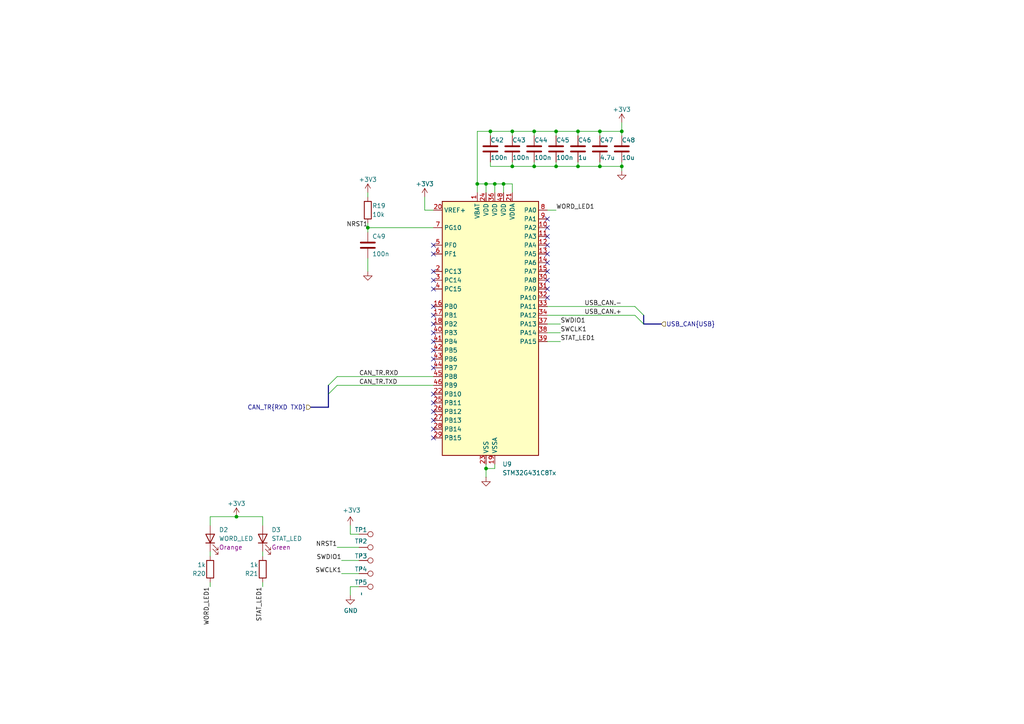
<source format=kicad_sch>
(kicad_sch (version 20231120) (generator "eeschema") (generator_version "8.0")
  (paper "A4")
  (lib_symbols
    (symbol "Connector:TestPoint" (pin_numbers hide) (pin_names (offset 0.762) hide)
      (property "Reference" "TP" (at 0 6.858 0))
      (property "Value" "TestPoint" (at 0 5.08 0))
      (symbol "TestPoint_0_1"
        (circle (center 0 3.302) (radius 0.762))
      )
      (symbol "TestPoint_1_1"
        (pin passive line (at 0 0 90) (length 2.54) (name "1") (number "1"))
      )
    )
    (symbol "Device:C" (pin_numbers hide) (pin_names (offset 0.254))
      (property "Reference" "C" (at 0.635 2.54 0))
      (property "Value" "C" (at 0.635 -2.54 0))
      (symbol "C_0_1"
        (polyline (pts (xy -2.032 -0.762) (xy 2.032 -0.762)) (stroke (width 0.508)))
        (polyline (pts (xy -2.032 0.762) (xy 2.032 0.762)) (stroke (width 0.508)))
      )
      (symbol "C_1_1"
        (pin passive line (at 0 3.81 270) (length 2.794) (name "~") (number "1"))
        (pin passive line (at 0 -3.81 90) (length 2.794) (name "~") (number "2"))
      )
    )
    (symbol "Device:LED" (pin_numbers hide) (pin_names (offset 1.016) hide)
      (property "Reference" "D" (at 0 2.54 0))
      (property "Value" "LED" (at 0 -2.54 0))
      (symbol "LED_0_1"
        (polyline (pts (xy -1.27 -1.27) (xy -1.27 1.27)) (stroke (width 0.254)))
        (polyline (pts (xy -1.27 0) (xy 1.27 0)))
        (polyline (pts (xy 1.27 -1.27) (xy 1.27 1.27) (xy -1.27 0) (xy 1.27 -1.27)) (stroke (width 0.254)))
        (polyline (pts (xy -3.048 -0.762) (xy -4.572 -2.286) (xy -3.81 -2.286) (xy -4.572 -2.286) (xy -4.572 -1.524)))
        (polyline (pts (xy -1.778 -0.762) (xy -3.302 -2.286) (xy -2.54 -2.286) (xy -3.302 -2.286) (xy -3.302 -1.524)))
      )
      (symbol "LED_1_1"
        (pin passive line (at -3.81 0 0) (length 2.54) (name "K") (number "1"))
        (pin passive line (at 3.81 0 180) (length 2.54) (name "A") (number "2"))
      )
    )
    (symbol "Device:R" (pin_numbers hide) (pin_names (offset 0))
      (property "Reference" "R" (at 2.032 0 90))
      (property "Value" "R" (at 0 0 90))
      (symbol "R_0_1"
        (rectangle (start -1.016 -2.54) (end 1.016 2.54) (stroke (width 0.254)))
      )
      (symbol "R_1_1"
        (pin passive line (at 0 3.81 270) (length 1.27) (name "~") (number "1"))
        (pin passive line (at 0 -3.81 90) (length 1.27) (name "~") (number "2"))
      )
    )
    (symbol "MCU_ST_STM32G4:STM32G431C8Tx"
      (property "Reference" "U" (at -12.7 39.37 0))
      (property "Value" "STM32G431C8Tx" (at 10.16 39.37 0))
      (symbol "STM32G431C8Tx_0_1"
        (rectangle (start -12.7 -35.56) (end 15.24 38.1) (stroke (width 0.254)) (fill (type background)))
      )
      (symbol "STM32G431C8Tx_1_1"
        (pin power_in line (at -2.54 40.64 270) (length 2.54) (name "VBAT") (number "1"))
        (pin bidirectional line (at 17.78 30.48 180) (length 2.54) (name "PA2") (number "10"))
        (pin bidirectional line (at 17.78 27.94 180) (length 2.54) (name "PA3") (number "11"))
        (pin bidirectional line (at 17.78 25.4 180) (length 2.54) (name "PA4") (number "12"))
        (pin bidirectional line (at 17.78 22.86 180) (length 2.54) (name "PA5") (number "13"))
        (pin bidirectional line (at 17.78 20.32 180) (length 2.54) (name "PA6") (number "14"))
        (pin bidirectional line (at 17.78 17.78 180) (length 2.54) (name "PA7") (number "15"))
        (pin bidirectional line (at -15.24 7.62 0) (length 2.54) (name "PB0") (number "16"))
        (pin bidirectional line (at -15.24 5.08 0) (length 2.54) (name "PB1") (number "17"))
        (pin bidirectional line (at -15.24 2.54 0) (length 2.54) (name "PB2") (number "18"))
        (pin power_in line (at 2.54 -38.1 90) (length 2.54) (name "VSSA") (number "19"))
        (pin bidirectional line (at -15.24 17.78 0) (length 2.54) (name "PC13") (number "2"))
        (pin input line (at -15.24 35.56 0) (length 2.54) (name "VREF+") (number "20"))
        (pin power_in line (at 7.62 40.64 270) (length 2.54) (name "VDDA") (number "21"))
        (pin bidirectional line (at -15.24 -17.78 0) (length 2.54) (name "PB10") (number "22"))
        (pin power_in line (at 0 -38.1 90) (length 2.54) (name "VSS") (number "23"))
        (pin power_in line (at 0 40.64 270) (length 2.54) (name "VDD") (number "24"))
        (pin bidirectional line (at -15.24 -20.32 0) (length 2.54) (name "PB11") (number "25"))
        (pin bidirectional line (at -15.24 -22.86 0) (length 2.54) (name "PB12") (number "26"))
        (pin bidirectional line (at -15.24 -25.4 0) (length 2.54) (name "PB13") (number "27"))
        (pin bidirectional line (at -15.24 -27.94 0) (length 2.54) (name "PB14") (number "28"))
        (pin bidirectional line (at -15.24 -30.48 0) (length 2.54) (name "PB15") (number "29"))
        (pin bidirectional line (at -15.24 15.24 0) (length 2.54) (name "PC14") (number "3"))
        (pin bidirectional line (at 17.78 15.24 180) (length 2.54) (name "PA8") (number "30"))
        (pin bidirectional line (at 17.78 12.7 180) (length 2.54) (name "PA9") (number "31"))
        (pin bidirectional line (at 17.78 10.16 180) (length 2.54) (name "PA10") (number "32"))
        (pin bidirectional line (at 17.78 7.62 180) (length 2.54) (name "PA11") (number "33"))
        (pin bidirectional line (at 17.78 5.08 180) (length 2.54) (name "PA12") (number "34"))
        (pin passive line (at 0 -38.1 90) (length 2.54) hide (name "VSS") (number "35"))
        (pin power_in line (at 2.54 40.64 270) (length 2.54) (name "VDD") (number "36"))
        (pin bidirectional line (at 17.78 2.54 180) (length 2.54) (name "PA13") (number "37"))
        (pin bidirectional line (at 17.78 0 180) (length 2.54) (name "PA14") (number "38"))
        (pin bidirectional line (at 17.78 -2.54 180) (length 2.54) (name "PA15") (number "39"))
        (pin bidirectional line (at -15.24 12.7 0) (length 2.54) (name "PC15") (number "4"))
        (pin bidirectional line (at -15.24 0 0) (length 2.54) (name "PB3") (number "40"))
        (pin bidirectional line (at -15.24 -2.54 0) (length 2.54) (name "PB4") (number "41"))
        (pin bidirectional line (at -15.24 -5.08 0) (length 2.54) (name "PB5") (number "42"))
        (pin bidirectional line (at -15.24 -7.62 0) (length 2.54) (name "PB6") (number "43"))
        (pin bidirectional line (at -15.24 -10.16 0) (length 2.54) (name "PB7") (number "44"))
        (pin bidirectional line (at -15.24 -12.7 0) (length 2.54) (name "PB8") (number "45"))
        (pin bidirectional line (at -15.24 -15.24 0) (length 2.54) (name "PB9") (number "46"))
        (pin passive line (at 0 -38.1 90) (length 2.54) hide (name "VSS") (number "47"))
        (pin power_in line (at 5.08 40.64 270) (length 2.54) (name "VDD") (number "48"))
        (pin bidirectional line (at -15.24 25.4 0) (length 2.54) (name "PF0") (number "5"))
        (pin bidirectional line (at -15.24 22.86 0) (length 2.54) (name "PF1") (number "6"))
        (pin bidirectional line (at -15.24 30.48 0) (length 2.54) (name "PG10") (number "7"))
        (pin bidirectional line (at 17.78 35.56 180) (length 2.54) (name "PA0") (number "8"))
        (pin bidirectional line (at 17.78 33.02 180) (length 2.54) (name "PA1") (number "9"))
      )
    )
    (symbol "power:+3V3" (power) (pin_names (offset 0))
      (property "Value" "+3V3" (at 0 3.556 0))
      (symbol "+3V3_0_1"
        (polyline (pts (xy -0.762 1.27) (xy 0 2.54)))
        (polyline (pts (xy 0 0) (xy 0 2.54)))
        (polyline (pts (xy 0 2.54) (xy 0.762 1.27)))
      )
      (symbol "+3V3_1_1"
        (pin power_in line (at 0 0 90) (length 0) hide (name "+3V3") (number "1"))
      )
    )
    (symbol "power:GND" (power) (pin_numbers hide) (pin_names (offset 0) hide)
      (property "Value" "GND" (at 0 -3.81 0))
      (symbol "GND_0_1"
        (polyline (pts (xy 0 0) (xy 0 -1.27) (xy 1.27 -1.27) (xy 0 -2.54) (xy -1.27 -1.27) (xy 0 -1.27)))
      )
      (symbol "GND_1_1"
        (pin power_in line (at 0 0 270) (length 0) (name "~") (number "1"))
      )
    )
  )
  (junction (at 140.97 135.89))
  (junction (at 148.59 38.1))
  (junction (at 180.34 48.26))
  (junction (at 138.43 53.34))
  (junction (at 140.97 53.34))
  (junction (at 180.34 38.1))
  (junction (at 167.64 38.1))
  (junction (at 68.58 149.86))
  (junction (at 148.59 48.26))
  (junction (at 143.51 53.34))
  (junction (at 146.05 53.34))
  (junction (at 142.24 38.1))
  (junction (at 173.99 38.1))
  (junction (at 161.29 48.26))
  (junction (at 106.68 66.04))
  (junction (at 173.99 48.26))
  (junction (at 161.29 38.1))
  (junction (at 167.64 48.26))
  (junction (at 154.94 38.1))
  (junction (at 154.94 48.26))
  (no_connect (at 125.73 127))
  (no_connect (at 125.73 81.28))
  (no_connect (at 158.75 86.36))
  (no_connect (at 125.73 119.38))
  (no_connect (at 125.73 71.12))
  (no_connect (at 158.75 76.2))
  (no_connect (at 125.73 83.82))
  (no_connect (at 158.75 81.28))
  (no_connect (at 158.75 78.74))
  (no_connect (at 125.73 99.06))
  (no_connect (at 158.75 73.66))
  (no_connect (at 158.75 66.04))
  (no_connect (at 158.75 63.5))
  (no_connect (at 125.73 124.46))
  (no_connect (at 125.73 106.68))
  (no_connect (at 125.73 114.3))
  (no_connect (at 125.73 96.52))
  (no_connect (at 125.73 101.6))
  (no_connect (at 158.75 68.58))
  (no_connect (at 158.75 71.12))
  (no_connect (at 125.73 88.9))
  (no_connect (at 125.73 104.14))
  (no_connect (at 125.73 78.74))
  (no_connect (at 125.73 121.92))
  (no_connect (at 125.73 116.84))
  (no_connect (at 158.75 83.82))
  (no_connect (at 125.73 73.66))
  (no_connect (at 125.73 91.44))
  (no_connect (at 125.73 93.98))
  (bus_entry (at 186.69 93.98) (size -2.54 -2.54))
  (bus_entry (at 95.25 114.3) (size 2.54 -2.54))
  (bus_entry (at 95.25 111.76) (size 2.54 -2.54))
  (bus_entry (at 186.69 91.44) (size -2.54 -2.54))
  (wire (pts (xy 123.19 60.96) (xy 125.73 60.96)))
  (wire (pts (xy 158.75 60.96) (xy 161.29 60.96)))
  (wire (pts (xy 154.94 38.1) (xy 161.29 38.1)))
  (wire (pts (xy 142.24 38.1) (xy 148.59 38.1)))
  (wire (pts (xy 167.64 48.26) (xy 173.99 48.26)))
  (wire (pts (xy 138.43 38.1) (xy 138.43 53.34)))
  (wire (pts (xy 158.75 96.52) (xy 162.56 96.52)))
  (bus (pts (xy 95.25 114.3) (xy 95.25 111.76)))
  (bus (pts (xy 90.17 118.11) (xy 95.25 118.11)))
  (wire (pts (xy 140.97 134.62) (xy 140.97 135.89)))
  (wire (pts (xy 97.79 111.76) (xy 125.73 111.76)))
  (wire (pts (xy 158.75 88.9) (xy 184.15 88.9)))
  (wire (pts (xy 106.68 57.15) (xy 106.68 55.88)))
  (wire (pts (xy 104.14 170.18) (xy 101.6 170.18)))
  (wire (pts (xy 154.94 38.1) (xy 154.94 39.37)))
  (wire (pts (xy 97.79 109.22) (xy 125.73 109.22)))
  (wire (pts (xy 158.75 91.44) (xy 184.15 91.44)))
  (bus (pts (xy 186.69 93.98) (xy 191.77 93.98)))
  (wire (pts (xy 142.24 48.26) (xy 148.59 48.26)))
  (wire (pts (xy 101.6 152.4) (xy 101.6 154.94)))
  (wire (pts (xy 143.51 53.34) (xy 143.51 55.88)))
  (wire (pts (xy 123.19 57.15) (xy 123.19 60.96)))
  (wire (pts (xy 106.68 66.04) (xy 106.68 67.31)))
  (bus (pts (xy 186.69 91.44) (xy 186.69 93.98)))
  (wire (pts (xy 180.34 35.56) (xy 180.34 38.1)))
  (wire (pts (xy 138.43 38.1) (xy 142.24 38.1)))
  (wire (pts (xy 146.05 53.34) (xy 146.05 55.88)))
  (wire (pts (xy 140.97 53.34) (xy 143.51 53.34)))
  (wire (pts (xy 140.97 135.89) (xy 143.51 135.89)))
  (wire (pts (xy 161.29 46.99) (xy 161.29 48.26)))
  (wire (pts (xy 167.64 38.1) (xy 173.99 38.1)))
  (wire (pts (xy 140.97 135.89) (xy 140.97 138.43)))
  (wire (pts (xy 76.2 161.29) (xy 76.2 160.02)))
  (wire (pts (xy 106.68 66.04) (xy 125.73 66.04)))
  (wire (pts (xy 68.58 149.86) (xy 60.96 149.86)))
  (wire (pts (xy 148.59 48.26) (xy 154.94 48.26)))
  (wire (pts (xy 148.59 53.34) (xy 148.59 55.88)))
  (wire (pts (xy 180.34 48.26) (xy 180.34 49.53)))
  (wire (pts (xy 158.75 93.98) (xy 162.56 93.98)))
  (wire (pts (xy 99.06 166.37) (xy 104.14 166.37)))
  (wire (pts (xy 97.79 158.75) (xy 104.14 158.75)))
  (wire (pts (xy 173.99 46.99) (xy 173.99 48.26)))
  (wire (pts (xy 76.2 149.86) (xy 68.58 149.86)))
  (wire (pts (xy 154.94 46.99) (xy 154.94 48.26)))
  (wire (pts (xy 146.05 53.34) (xy 148.59 53.34)))
  (wire (pts (xy 106.68 64.77) (xy 106.68 66.04)))
  (wire (pts (xy 101.6 170.18) (xy 101.6 172.72)))
  (wire (pts (xy 167.64 38.1) (xy 167.64 39.37)))
  (wire (pts (xy 180.34 38.1) (xy 180.34 39.37)))
  (wire (pts (xy 60.96 152.4) (xy 60.96 149.86)))
  (wire (pts (xy 143.51 134.62) (xy 143.51 135.89)))
  (wire (pts (xy 148.59 38.1) (xy 154.94 38.1)))
  (wire (pts (xy 148.59 46.99) (xy 148.59 48.26)))
  (wire (pts (xy 154.94 48.26) (xy 161.29 48.26)))
  (wire (pts (xy 161.29 48.26) (xy 167.64 48.26)))
  (wire (pts (xy 148.59 38.1) (xy 148.59 39.37)))
  (wire (pts (xy 161.29 38.1) (xy 161.29 39.37)))
  (wire (pts (xy 76.2 170.18) (xy 76.2 168.91)))
  (wire (pts (xy 99.06 162.56) (xy 104.14 162.56)))
  (wire (pts (xy 173.99 38.1) (xy 180.34 38.1)))
  (wire (pts (xy 138.43 53.34) (xy 140.97 53.34)))
  (wire (pts (xy 138.43 55.88) (xy 138.43 53.34)))
  (wire (pts (xy 180.34 46.99) (xy 180.34 48.26)))
  (bus (pts (xy 95.25 118.11) (xy 95.25 114.3)))
  (wire (pts (xy 143.51 53.34) (xy 146.05 53.34)))
  (wire (pts (xy 142.24 48.26) (xy 142.24 46.99)))
  (wire (pts (xy 173.99 38.1) (xy 173.99 39.37)))
  (wire (pts (xy 76.2 152.4) (xy 76.2 149.86)))
  (wire (pts (xy 60.96 170.18) (xy 60.96 168.91)))
  (wire (pts (xy 173.99 48.26) (xy 180.34 48.26)))
  (wire (pts (xy 167.64 46.99) (xy 167.64 48.26)))
  (wire (pts (xy 60.96 161.29) (xy 60.96 160.02)))
  (wire (pts (xy 101.6 154.94) (xy 104.14 154.94)))
  (wire (pts (xy 106.68 74.93) (xy 106.68 78.74)))
  (wire (pts (xy 140.97 53.34) (xy 140.97 55.88)))
  (wire (pts (xy 142.24 38.1) (xy 142.24 39.37)))
  (wire (pts (xy 158.75 99.06) (xy 162.56 99.06)))
  (wire (pts (xy 161.29 38.1) (xy 167.64 38.1)))
  (label "SWDIO1" (at 99.06 162.56 180))
  (label "STAT_LED1" (at 162.56 99.06 0))
  (label "CAN_TR.RXD" (at 104.14 109.22 0))
  (label "WORD_LED1" (at 60.96 170.18 270))
  (label "WORD_LED1" (at 161.29 60.96 0))
  (label "USB_CAN.-" (at 180.34 88.9 180))
  (label "CAN_TR.TXD" (at 104.14 111.76 0))
  (label "STAT_LED1" (at 76.2 170.18 270))
  (label "NRST1" (at 106.68 66.04 180))
  (label "SWCLK1" (at 99.06 166.37 180))
  (label "NRST1" (at 97.79 158.75 180))
  (label "SWDIO1" (at 162.56 93.98 0))
  (label "SWCLK1" (at 162.56 96.52 0))
  (label "USB_CAN.+" (at 180.34 91.44 180))
  (hierarchical_label "USB_CAN{USB}" (shape input) (at 191.77 93.98 0))
  (hierarchical_label "CAN_TR{RXD TXD}" (shape input) (at 90.17 118.11 180))
  (symbol (lib_id "Device:R") (at 106.68 60.96 0) (unit 1)
    (property "Reference" "R19" (at 107.95 59.69 0) (effects (justify left)))
    (property "Value" "10k" (at 107.95 62.23 0) (effects (justify left)))
    (property "Footprint" "Resistor_SMD:R_0402_1005Metric" (effects (hide yes)))
  )
  (symbol (lib_id "Device:LED") (at 76.2 156.21 90) (unit 1)
    (property "Reference" "D3" (at 78.74 153.67 90) (effects (justify right)))
    (property "Value" "STAT_LED" (at 78.74 156.21 90) (effects (justify right)))
    (property "Footprint" "Diode_SMD:D_0603_1608Metric" (effects (hide yes)))
    (property "Color" "Green" (at 78.74 158.75 90) (effects (justify right)))
  )
  (symbol (lib_id "Device:LED") (at 60.96 156.21 90) (unit 1)
    (property "Reference" "D2" (at 63.5 153.67 90) (effects (justify right)))
    (property "Value" "WORD_LED" (at 63.5 156.21 90) (effects (justify right)))
    (property "Footprint" "Diode_SMD:D_0603_1608Metric" (effects (hide yes)))
    (property "Color" "Orange" (at 63.5 158.75 90) (effects (justify right)))
  )
  (symbol (lib_id "Connector:TestPoint") (at 104.14 166.37 270) (unit 1)
    (property "Reference" "TP4" (at 102.87 165.1 90) (effects (justify left)))
    (property "Value" "~" (at 104.8258 167.8432 0) (effects (justify left)))
    (property "Footprint" "TestPoint:TestPoint_Pad_1.0x1.0mm" (effects (hide yes)))
  )
  (symbol (lib_id "Device:C") (at 142.24 43.18 0) (unit 1)
    (property "Reference" "C42" (at 142.24 40.64 0) (effects (justify left)))
    (property "Value" "100n" (at 142.24 45.72 0) (effects (justify left)))
    (property "Footprint" "Capacitor_SMD:C_0402_1005Metric" (effects (hide yes)))
  )
  (symbol (lib_id "Device:C") (at 173.99 43.18 0) (unit 1)
    (property "Reference" "C47" (at 173.99 40.64 0) (effects (justify left)))
    (property "Value" "4.7u" (at 173.99 45.72 0) (effects (justify left)))
    (property "Footprint" "Capacitor_SMD:C_0603_1608Metric" (effects (hide yes)))
  )
  (symbol (lib_id "Connector:TestPoint") (at 104.14 162.56 270) (unit 1)
    (property "Reference" "TP3" (at 102.87 161.29 90) (effects (justify left)))
    (property "Value" "~" (at 104.8258 164.0332 0) (effects (justify left)))
    (property "Footprint" "TestPoint:TestPoint_Pad_1.0x1.0mm" (effects (hide yes)))
  )
  (symbol (lib_id "power:GND") (at 106.68 78.74 0) (unit 1)
    (property "Reference" "#PWR070" (effects (hide yes)))
    (property "Value" "GND" (effects (hide yes)))
  )
  (symbol (lib_id "Device:C") (at 180.34 43.18 0) (unit 1)
    (property "Reference" "C48" (at 180.34 40.64 0) (effects (justify left)))
    (property "Value" "10u" (at 180.34 45.72 0) (effects (justify left)))
    (property "Footprint" "Capacitor_SMD:C_0805_2012Metric" (effects (hide yes)))
  )
  (symbol (lib_id "Device:C") (at 154.94 43.18 0) (unit 1)
    (property "Reference" "C44" (at 154.94 40.64 0) (effects (justify left)))
    (property "Value" "100n" (at 154.94 45.72 0) (effects (justify left)))
    (property "Footprint" "Capacitor_SMD:C_0402_1005Metric" (effects (hide yes)))
  )
  (symbol (lib_id "power:GND") (at 101.6 172.72 0) (unit 1)
    (property "Reference" "#PWR074" (effects (hide yes)))
    (property "Value" "GND" (at 101.727 177.1142 0))
  )
  (symbol (lib_id "power:GND") (at 140.97 138.43 0) (unit 1)
    (property "Reference" "#PWR071" (effects (hide yes)))
    (property "Value" "GND" (effects (hide yes)))
  )
  (symbol (lib_id "Device:C") (at 161.29 43.18 0) (unit 1)
    (property "Reference" "C45" (at 161.29 40.64 0) (effects (justify left)))
    (property "Value" "100n" (at 161.29 45.72 0) (effects (justify left)))
    (property "Footprint" "Capacitor_SMD:C_0402_1005Metric" (effects (hide yes)))
  )
  (symbol (lib_id "Device:C") (at 148.59 43.18 0) (unit 1)
    (property "Reference" "C43" (at 148.59 40.64 0) (effects (justify left)))
    (property "Value" "100n" (at 148.59 45.72 0) (effects (justify left)))
    (property "Footprint" "Capacitor_SMD:C_0402_1005Metric" (effects (hide yes)))
  )
  (symbol (lib_id "power:GND") (at 180.34 49.53 0) (unit 1)
    (property "Reference" "#PWR067" (effects (hide yes)))
    (property "Value" "GND" (effects (hide yes)))
  )
  (symbol (lib_id "Connector:TestPoint") (at 104.14 158.75 270) (unit 1)
    (property "Reference" "TP2" (at 102.87 156.972 90) (effects (justify left)))
    (property "Value" "~" (at 104.8258 160.2232 0) (effects (justify left)))
    (property "Footprint" "TestPoint:TestPoint_Pad_1.0x1.0mm" (effects (hide yes)))
  )
  (symbol (lib_id "Device:C") (at 106.68 71.12 0) (unit 1)
    (property "Reference" "C49" (at 107.95 68.58 0) (effects (justify left)))
    (property "Value" "100n" (at 107.95 73.66 0) (effects (justify left)))
    (property "Footprint" "Capacitor_SMD:C_0402_1005Metric" (effects (hide yes)))
  )
  (symbol (lib_id "Connector:TestPoint") (at 104.14 170.18 270) (unit 1)
    (property "Reference" "TP5" (at 102.87 168.91 90) (effects (justify left)))
    (property "Value" "~" (at 104.8258 171.6532 0) (effects (justify left)))
    (property "Footprint" "TestPoint:TestPoint_Pad_1.0x1.0mm" (effects (hide yes)))
  )
  (symbol (lib_id "power:+3V3") (at 180.34 35.56 0) (unit 1)
    (property "Reference" "#PWR066" (effects (hide yes)))
    (property "Value" "+3V3" (at 180.34 31.75 0))
  )
  (symbol (lib_id "power:+3V3") (at 106.68 55.88 0) (unit 1)
    (property "Reference" "#PWR068" (effects (hide yes)))
    (property "Value" "+3V3" (at 106.68 52.07 0))
  )
  (symbol (lib_id "power:+3V3") (at 101.6 152.4 0) (unit 1)
    (property "Reference" "#PWR073" (effects (hide yes)))
    (property "Value" "+3V3" (at 101.981 148.0058 0))
  )
  (symbol (lib_id "Device:R") (at 60.96 165.1 180) (unit 1)
    (property "Reference" "R20" (at 59.69 166.37 0) (effects (justify left)))
    (property "Value" "1k" (at 59.69 163.83 0) (effects (justify left)))
    (property "Footprint" "Resistor_SMD:R_0402_1005Metric" (effects (hide yes)))
  )
  (symbol (lib_id "power:+3V3") (at 68.58 149.86 0) (unit 1)
    (property "Reference" "#PWR072" (effects (hide yes)))
    (property "Value" "+3V3" (at 68.58 146.05 0))
  )
  (symbol (lib_id "Device:C") (at 167.64 43.18 0) (unit 1)
    (property "Reference" "C46" (at 167.64 40.64 0) (effects (justify left)))
    (property "Value" "1u" (at 167.64 45.72 0) (effects (justify left)))
    (property "Footprint" "Capacitor_SMD:C_0603_1608Metric" (effects (hide yes)))
  )
  (symbol (lib_id "power:+3V3") (at 123.19 57.15 0) (unit 1)
    (property "Reference" "#PWR069" (effects (hide yes)))
    (property "Value" "+3V3" (at 123.19 53.34 0))
  )
  (symbol (lib_id "Device:R") (at 76.2 165.1 180) (unit 1)
    (property "Reference" "R21" (at 74.93 166.37 0) (effects (justify left)))
    (property "Value" "1k" (at 74.93 163.83 0) (effects (justify left)))
    (property "Footprint" "Resistor_SMD:R_0402_1005Metric" (effects (hide yes)))
  )
  (symbol (lib_id "Connector:TestPoint") (at 104.14 154.94 270) (unit 1)
    (property "Reference" "TP1" (at 102.87 153.67 90) (effects (justify left)))
    (property "Value" "~" (at 104.8258 156.4132 0) (effects (justify left)))
    (property "Footprint" "TestPoint:TestPoint_Pad_1.0x1.0mm" (effects (hide yes)))
  )
  (symbol (lib_id "MCU_ST_STM32G4:STM32G431C8Tx") (at 140.97 96.52 0) (unit 1)
    (property "Reference" "U9" (at 145.7041 134.62 0) (effects (justify left)))
    (property "Value" "STM32G431C8Tx" (at 145.7041 137.16 0) (effects (justify left)))
    (property "Footprint" "Package_QFP:LQFP-48_7x7mm_P0.5mm" (effects (hide yes)))
    (property "Datasheet" "https://www.st.com/resource/en/datasheet/stm32g431c8.pdf" (effects (hide yes)))
    (property "Description" "STMicroelectronics Arm Cortex-M4 MCU, 64KB flash, 32KB RAM, 170 MHz, 1.71-3.6V, 38 GPIO, LQFP48" (effects (hide yes)))
  )
)
</source>
